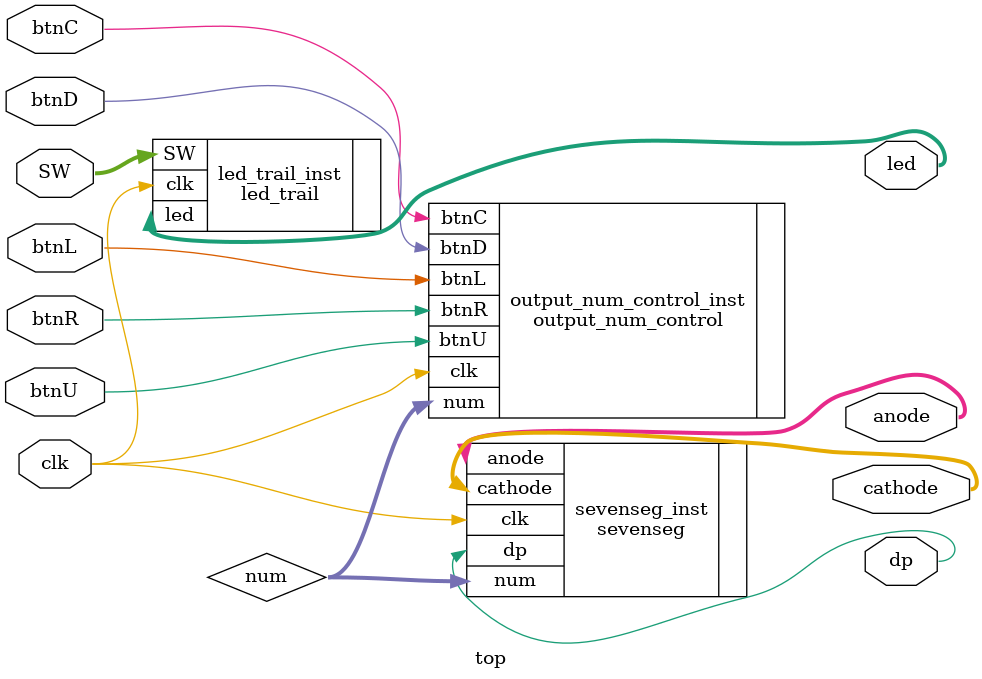
<source format=v>
`timescale 1ns / 1ps


module top(
  input clk, // 100MHz

  input btnL,
  input btnD,
  input btnU,
  input btnR,
  input btnC,
  input [15:0] SW,

  output [6:0] cathode,
  output [7:0] anode,
  output dp,
  output [15:0] led
  );

  wire [13:0] num;
  // start trail led if switches 1, 8, 10 are enabled
  led_trail
  led_trail_inst (
    .clk(clk),
    .SW(SW),
    .led(led)
  );

  // output num is controlled by buttons
  output_num_control
  output_num_control_inst (
    .clk(clk),

    .btnL(btnL),
    .btnD(btnD),
    .btnU(btnU),
    .btnR(btnR),
    .btnC(btnC),
    
    .num(num)
  );

  // show the number on the 7seg
  sevenseg
  sevenseg_inst (
  .clk(clk),
  .num(num),

  .cathode(cathode),
  .anode(anode),
  .dp(dp)
  );
endmodule

</source>
